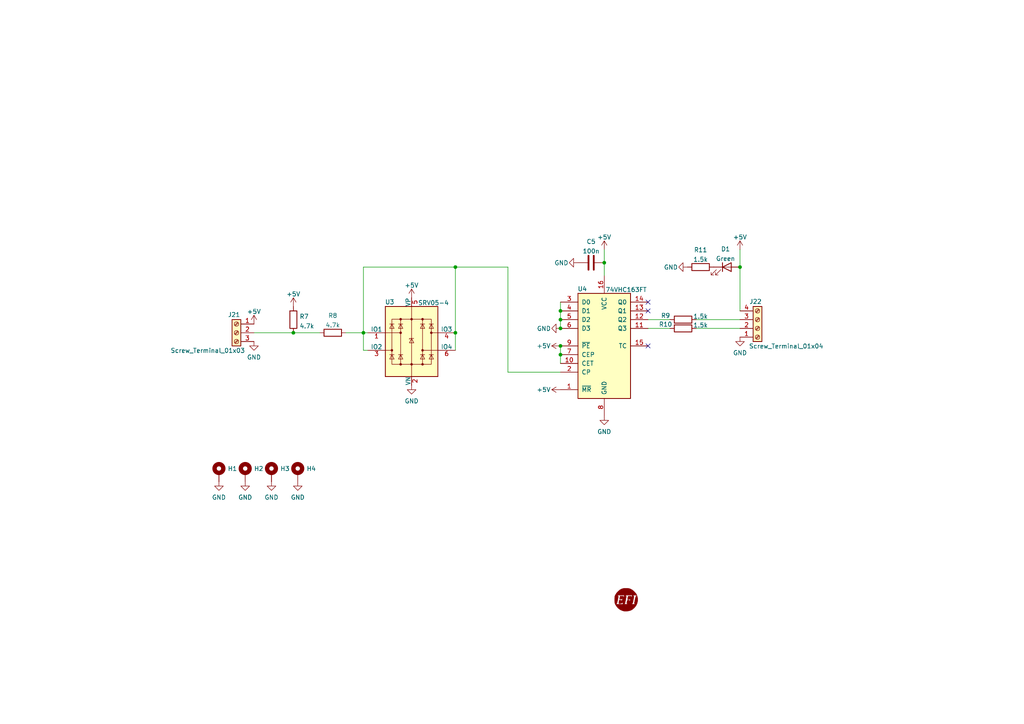
<source format=kicad_sch>
(kicad_sch (version 20210621) (generator eeschema)
  (paper "A4")
  (title_block (title "frequency-divider") (date "2021-10-26") (rev "a") (company "gerefi"))
  (lib_symbols
    (symbol "74xx:74LS163" (pin_names (offset 1.016))
      (property "Reference" "U" (at -7.62 16.51 0))
      (property "Value" "74LS163" (at -7.62 -16.51 0))
      (symbol "74LS163_1_0"
        (pin input line (at -12.7 -12.7 0) (length 5.08) (name "~{MR}") (number "1"))
        (pin input line (at -12.7 -5.08 0) (length 5.08) (name "CET") (number "10"))
        (pin output line (at 12.7 5.08 180) (length 5.08) (name "Q3") (number "11"))
        (pin output line (at 12.7 7.62 180) (length 5.08) (name "Q2") (number "12"))
        (pin output line (at 12.7 10.16 180) (length 5.08) (name "Q1") (number "13"))
        (pin output line (at 12.7 12.7 180) (length 5.08) (name "Q0") (number "14"))
        (pin output line (at 12.7 0 180) (length 5.08) (name "TC") (number "15"))
        (pin power_in line (at 0 20.32 270) (length 5.08) (name "VCC") (number "16"))
        (pin input line (at -12.7 -7.62 0) (length 5.08) (name "CP") (number "2"))
        (pin input line (at -12.7 12.7 0) (length 5.08) (name "D0") (number "3"))
        (pin input line (at -12.7 10.16 0) (length 5.08) (name "D1") (number "4"))
        (pin input line (at -12.7 7.62 0) (length 5.08) (name "D2") (number "5"))
        (pin input line (at -12.7 5.08 0) (length 5.08) (name "D3") (number "6"))
        (pin input line (at -12.7 -2.54 0) (length 5.08) (name "CEP") (number "7"))
        (pin power_in line (at 0 -20.32 90) (length 5.08) (name "GND") (number "8"))
        (pin input line (at -12.7 0 0) (length 5.08) (name "~{PE}") (number "9"))
      )
      (symbol "74LS163_1_1"
        (rectangle (start -7.62 15.24) (end 7.62 -15.24) (stroke (width 0.254)) (fill (type background)))
      )
    )
    (symbol "Connector:Screw_Terminal_01x03" (pin_names (offset 1.016) hide)
      (property "Reference" "J" (at 0 5.08 0))
      (property "Value" "Screw_Terminal_01x03" (at 0 -5.08 0))
      (symbol "Screw_Terminal_01x03_1_1"
        (circle (center 0 -2.54) (radius 0.635) (stroke (width 0.1524)))
        (circle (center 0 0) (radius 0.635) (stroke (width 0.1524)))
        (circle (center 0 2.54) (radius 0.635) (stroke (width 0.1524)))
        (rectangle (start -1.27 3.81) (end 1.27 -3.81) (stroke (width 0.254)) (fill (type background)))
        (polyline (pts (xy -0.5334 -2.2098) (xy 0.3302 -3.048)) (stroke (width 0.1524)))
        (polyline (pts (xy -0.5334 0.3302) (xy 0.3302 -0.508)) (stroke (width 0.1524)))
        (polyline (pts (xy -0.5334 2.8702) (xy 0.3302 2.032)) (stroke (width 0.1524)))
        (polyline (pts (xy -0.3556 -2.032) (xy 0.508 -2.8702)) (stroke (width 0.1524)))
        (polyline (pts (xy -0.3556 0.508) (xy 0.508 -0.3302)) (stroke (width 0.1524)))
        (polyline (pts (xy -0.3556 3.048) (xy 0.508 2.2098)) (stroke (width 0.1524)))
        (pin passive line (at -5.08 2.54 0) (length 3.81) (name "Pin_1") (number "1"))
        (pin passive line (at -5.08 0 0) (length 3.81) (name "Pin_2") (number "2"))
        (pin passive line (at -5.08 -2.54 0) (length 3.81) (name "Pin_3") (number "3"))
      )
    )
    (symbol "Connector:Screw_Terminal_01x04" (pin_names (offset 1.016) hide)
      (property "Reference" "J" (at 0 5.08 0))
      (property "Value" "Screw_Terminal_01x04" (at 0 -7.62 0))
      (symbol "Screw_Terminal_01x04_1_1"
        (circle (center 0 -5.08) (radius 0.635) (stroke (width 0.1524)))
        (circle (center 0 -2.54) (radius 0.635) (stroke (width 0.1524)))
        (circle (center 0 0) (radius 0.635) (stroke (width 0.1524)))
        (circle (center 0 2.54) (radius 0.635) (stroke (width 0.1524)))
        (rectangle (start -1.27 3.81) (end 1.27 -6.35) (stroke (width 0.254)) (fill (type background)))
        (polyline (pts (xy -0.5334 -4.7498) (xy 0.3302 -5.588)) (stroke (width 0.1524)))
        (polyline (pts (xy -0.5334 -2.2098) (xy 0.3302 -3.048)) (stroke (width 0.1524)))
        (polyline (pts (xy -0.5334 0.3302) (xy 0.3302 -0.508)) (stroke (width 0.1524)))
        (polyline (pts (xy -0.5334 2.8702) (xy 0.3302 2.032)) (stroke (width 0.1524)))
        (polyline (pts (xy -0.3556 -4.572) (xy 0.508 -5.4102)) (stroke (width 0.1524)))
        (polyline (pts (xy -0.3556 -2.032) (xy 0.508 -2.8702)) (stroke (width 0.1524)))
        (polyline (pts (xy -0.3556 0.508) (xy 0.508 -0.3302)) (stroke (width 0.1524)))
        (polyline (pts (xy -0.3556 3.048) (xy 0.508 2.2098)) (stroke (width 0.1524)))
        (pin passive line (at -5.08 2.54 0) (length 3.81) (name "Pin_1") (number "1"))
        (pin passive line (at -5.08 0 0) (length 3.81) (name "Pin_2") (number "2"))
        (pin passive line (at -5.08 -2.54 0) (length 3.81) (name "Pin_3") (number "3"))
        (pin passive line (at -5.08 -5.08 0) (length 3.81) (name "Pin_4") (number "4"))
      )
    )
    (symbol "Device:C" (pin_numbers hide) (pin_names (offset 0.254))
      (property "Reference" "C" (at 0.635 2.54 0))
      (property "Value" "C" (at 0.635 -2.54 0))
      (symbol "C_0_1"
        (polyline (pts (xy -2.032 -0.762) (xy 2.032 -0.762)) (stroke (width 0.508)))
        (polyline (pts (xy -2.032 0.762) (xy 2.032 0.762)) (stroke (width 0.508)))
      )
      (symbol "C_1_1"
        (pin passive line (at 0 3.81 270) (length 2.794) (name "~") (number "1"))
        (pin passive line (at 0 -3.81 90) (length 2.794) (name "~") (number "2"))
      )
    )
    (symbol "Device:LED" (pin_numbers hide) (pin_names (offset 1.016) hide)
      (property "Reference" "D" (at 0 2.54 0))
      (property "Value" "LED" (at 0 -2.54 0))
      (symbol "LED_0_1"
        (polyline (pts (xy -1.27 -1.27) (xy -1.27 1.27)) (stroke (width 0.254)))
        (polyline (pts (xy -1.27 0) (xy 1.27 0)))
        (polyline (pts (xy 1.27 -1.27) (xy 1.27 1.27) (xy -1.27 0) (xy 1.27 -1.27)) (stroke (width 0.254)))
        (polyline (pts (xy -3.048 -0.762) (xy -4.572 -2.286) (xy -3.81 -2.286) (xy -4.572 -2.286) (xy -4.572 -1.524)))
        (polyline (pts (xy -1.778 -0.762) (xy -3.302 -2.286) (xy -2.54 -2.286) (xy -3.302 -2.286) (xy -3.302 -1.524)))
      )
      (symbol "LED_1_1"
        (pin passive line (at -3.81 0 0) (length 2.54) (name "K") (number "1"))
        (pin passive line (at 3.81 0 180) (length 2.54) (name "A") (number "2"))
      )
    )
    (symbol "Device:R" (pin_numbers hide) (pin_names (offset 0))
      (property "Reference" "R" (at 2.032 0 90))
      (property "Value" "R" (at 0 0 90))
      (symbol "R_0_1"
        (rectangle (start -1.016 -2.54) (end 1.016 2.54) (stroke (width 0.254)))
      )
      (symbol "R_1_1"
        (pin passive line (at 0 3.81 270) (length 1.27) (name "~") (number "1"))
        (pin passive line (at 0 -3.81 90) (length 1.27) (name "~") (number "2"))
      )
    )
    (symbol "Mechanical:MountingHole_Pad" (pin_numbers hide) (pin_names (offset 1.016) hide)
      (property "Reference" "H" (at 0 6.35 0))
      (property "Value" "MountingHole_Pad" (at 0 4.445 0))
      (symbol "MountingHole_Pad_0_1"
        (circle (center 0 1.27) (radius 1.27) (stroke (width 1.27)))
      )
      (symbol "MountingHole_Pad_1_1"
        (pin input line (at 0 -2.54 90) (length 2.54) (name "1") (number "1"))
      )
    )
    (symbol "Power_Protection:SRV05-4" (pin_names (offset 0))
      (property "Reference" "U" (at -5.08 11.43 0))
      (property "Value" "SRV05-4" (at 2.54 11.43 0))
      (symbol "SRV05-4_0_0"
        (rectangle (start -5.715 6.477) (end 5.715 -6.604))
        (polyline (pts (xy -3.175 -6.604) (xy -3.175 6.477)))
        (polyline (pts (xy 3.175 6.477) (xy 3.175 -6.604)))
      )
      (symbol "SRV05-4_0_1"
        (circle (center -5.715 -2.54) (radius 0.2794) (fill (type outline)))
        (circle (center -3.175 -6.604) (radius 0.2794) (fill (type outline)))
        (circle (center -3.175 2.54) (radius 0.2794) (fill (type outline)))
        (circle (center -3.175 6.477) (radius 0.2794) (fill (type outline)))
        (circle (center 0 -6.604) (radius 0.2794) (fill (type outline)))
        (circle (center 0 6.477) (radius 0.2794) (fill (type outline)))
        (circle (center 3.175 -6.604) (radius 0.2794) (fill (type outline)))
        (circle (center 3.175 -2.54) (radius 0.2794) (fill (type outline)))
        (circle (center 3.175 6.477) (radius 0.2794) (fill (type outline)))
        (circle (center 5.715 2.54) (radius 0.2794) (fill (type outline)))
        (rectangle (start -7.62 10.16) (end 7.62 -10.16) (stroke (width 0.254)) (fill (type background)))
        (polyline (pts (xy -7.747 2.54) (xy -3.175 2.54)))
        (polyline (pts (xy -7.62 -2.54) (xy -5.715 -2.54)))
        (polyline (pts (xy -5.08 -3.81) (xy -6.35 -3.81)))
        (polyline (pts (xy -5.08 5.08) (xy -6.35 5.08)))
        (polyline (pts (xy -2.54 -3.81) (xy -3.81 -3.81)))
        (polyline (pts (xy -2.54 5.08) (xy -3.81 5.08)))
        (polyline (pts (xy 0 10.16) (xy 0 -10.16)))
        (polyline (pts (xy 3.81 -3.81) (xy 2.54 -3.81)))
        (polyline (pts (xy 3.81 5.08) (xy 2.54 5.08)))
        (polyline (pts (xy 6.35 -3.81) (xy 5.08 -3.81)))
        (polyline (pts (xy 6.35 5.08) (xy 5.08 5.08)))
        (polyline (pts (xy 7.62 -2.54) (xy 3.175 -2.54)))
        (polyline (pts (xy 7.62 2.54) (xy 5.715 2.54)))
        (polyline (pts (xy 0.635 0.889) (xy -0.635 0.889) (xy -0.635 0.635)))
        (polyline (pts (xy -5.08 -5.08) (xy -6.35 -5.08) (xy -5.715 -3.81) (xy -5.08 -5.08)))
        (polyline (pts (xy -5.08 3.81) (xy -6.35 3.81) (xy -5.715 5.08) (xy -5.08 3.81)))
        (polyline (pts (xy -2.54 -5.08) (xy -3.81 -5.08) (xy -3.175 -3.81) (xy -2.54 -5.08)))
        (polyline (pts (xy -2.54 3.81) (xy -3.81 3.81) (xy -3.175 5.08) (xy -2.54 3.81)))
        (polyline (pts (xy 0.635 -0.381) (xy -0.635 -0.381) (xy 0 0.889) (xy 0.635 -0.381)))
        (polyline (pts (xy 3.81 -5.08) (xy 2.54 -5.08) (xy 3.175 -3.81) (xy 3.81 -5.08)))
        (polyline (pts (xy 3.81 3.81) (xy 2.54 3.81) (xy 3.175 5.08) (xy 3.81 3.81)))
        (polyline (pts (xy 6.35 -5.08) (xy 5.08 -5.08) (xy 5.715 -3.81) (xy 6.35 -5.08)))
        (polyline (pts (xy 6.35 3.81) (xy 5.08 3.81) (xy 5.715 5.08) (xy 6.35 3.81)))
      )
      (symbol "SRV05-4_1_1"
        (pin passive line (at -12.7 2.54 0) (length 5.08) (name "IO1") (number "1"))
        (pin passive line (at 0 -12.7 90) (length 2.54) (name "VN") (number "2"))
        (pin passive line (at -12.7 -2.54 0) (length 5.08) (name "IO2") (number "3"))
        (pin passive line (at 12.7 2.54 180) (length 5.08) (name "IO3") (number "4"))
        (pin passive line (at 0 12.7 270) (length 2.54) (name "VP") (number "5"))
        (pin passive line (at 12.7 -2.54 180) (length 5.08) (name "IO4") (number "6"))
      )
    )
    (symbol "power:+5V" (power) (pin_names (offset 0))
      (property "Value" "+5V" (at 0 3.556 0))
      (symbol "+5V_0_1"
        (polyline (pts (xy -0.762 1.27) (xy 0 2.54)))
        (polyline (pts (xy 0 0) (xy 0 2.54)))
        (polyline (pts (xy 0 2.54) (xy 0.762 1.27)))
      )
      (symbol "+5V_1_1"
        (pin power_in line (at 0 0 90) (length 0) hide (name "+5V") (number "1"))
      )
    )
    (symbol "power:GND" (power) (pin_names (offset 0))
      (property "Value" "GND" (at 0 -3.81 0))
      (symbol "GND_0_1"
        (polyline (pts (xy 0 0) (xy 0 -1.27) (xy 1.27 -1.27) (xy 0 -2.54) (xy -1.27 -1.27) (xy 0 -1.27)))
      )
      (symbol "GND_1_1"
        (pin power_in line (at 0 0 270) (length 0) hide (name "GND") (number "1"))
      )
    )
    (symbol "gerefi_logo:gerefi_LOGO" (pin_names (offset 1.016))
      (symbol "gerefi_LOGO_0_0"
        (polyline (pts (xy 3.3528 0.4064) (xy 3.3274 0.5334) (xy 3.2766 0.8636) (xy 3.2004 1.0922) (xy 3.1242 1.2192) (xy 3.048 1.2192) (xy 3.0226 1.1938) (xy 2.8702 1.0922) (xy 2.8448 1.0668) (xy 2.7686 0.889) (xy 2.667 0.5588) (xy 2.5654 0.0762) (xy 2.5146 -0.1778) (xy 2.4384 -0.5588) (xy 2.3876 -0.8128) (xy 2.3876 -0.9906) (xy 2.3876 -1.0668) (xy 2.4384 -1.0922) (xy 2.4892 -1.0922) (xy 2.54 -1.1176) (xy 2.6162 -1.1938) (xy 2.5654 -1.2192) (xy 2.3876 -1.2446) (xy 2.1082 -1.27) (xy 2.0066 -1.27) (xy 1.7526 -1.2446) (xy 1.6256 -1.1938) (xy 1.6002 -1.143) (xy 1.7526 -1.0668) (xy 1.778 -1.0668) (xy 1.8542 -1.016) (xy 1.905 -0.8636) (xy 1.9812 -0.6096) (xy 2.0574 -0.2032) (xy 2.1082 0.0254) (xy 2.159 0.381) (xy 2.2098 0.6858) (xy 2.2606 0.8636) (xy 2.2606 0.9144) (xy 2.2606 1.0668) (xy 2.159 1.1176) (xy 2.1082 1.1176) (xy 2.0828 1.2446) (xy 2.1336 1.2954) (xy 2.3114 1.3462) (xy 2.6416 1.3462) (xy 3.1496 1.3462) (xy 2.9464 1.6764) (xy 2.8956 1.778) (xy 2.4638 2.286) (xy 1.9812 2.7432) (xy 1.7526 2.8956) (xy 1.7526 1.3462) (xy 1.7018 1.0922) (xy 1.651 0.9144) (xy 1.5494 0.8382) (xy 1.4986 0.8636) (xy 1.4986 0.9906) (xy 1.4986 1.016) (xy 1.4732 1.0668) (xy 1.3462 1.0922) (xy 1.0668 1.0922) (xy 0.8636 1.0922) (xy 0.6604 1.0668) (xy 0.5588 1.0414) (xy 0.5334 0.9906) (xy 0.508 0.7874) (xy 0.4572 0.5334) (xy 0.4064 0.0762) (xy 0.6858 0.0762) (xy 0.7112 0.1016) (xy 0.9398 0.127) (xy 1.0668 0.1778) (xy 1.1684 0.254) (xy 1.2192 0.2032) (xy 1.1938 -0.0254) (xy 1.1684 -0.127) (xy 1.0668 -0.2286) (xy 0.9652 -0.254) (xy 0.9398 -0.1778) (xy 0.9144 -0.127) (xy 0.762 -0.0762) (xy 0.5842 -0.0762) (xy 0.4064 -0.127) (xy 0.3048 -0.2032) (xy 0.3048 -0.254) (xy 0.254 -0.4318) (xy 0.2032 -0.7112) (xy 0.2032 -0.7366) (xy 0.1778 -0.9652) (xy 0.2032 -1.0668) (xy 0.2794 -1.0922) (xy 0.3556 -1.1176) (xy 0.4318 -1.1938) (xy 0.3556 -1.2192) (xy 0.1778 -1.2446) (xy -0.0762 -1.27) (xy -0.3302 -1.2446) (xy -0.508 -1.2192) (xy -0.5842 -1.1938) (xy -0.5842 -1.143) (xy -0.4572 -1.0922) (xy -0.4064 -1.0922) (xy -0.3302 -1.0668) (xy -0.3302 -0.9652) (xy -0.2794 -0.7366) (xy -0.2032 -0.381) (xy -0.127 0) (xy -0.0508 0.4572) (xy 0.0254 0.762) (xy 0.0508 0.9652) (xy 0.0762 1.0668) (xy 0.0508 1.0922) (xy 0 1.1176) (xy -0.0508 1.0922) (xy -0.1016 1.1176) (xy -0.1778 1.2192) (xy -0.1524 1.27) (xy -0.0762 1.3208) (xy 0.0762 1.3462) (xy 0.3556 1.3462) (xy 0.7874 1.3462) (xy 1.7526 1.3462) (xy 1.7526 2.8956) (xy 1.4478 3.0734) (xy 1.3462 3.1242) (xy 1.1176 3.2258) (xy 0.9144 3.302) (xy 0.6858 3.3274) (xy 0.381 3.3528) (xy -0.0508 3.3528) (xy -0.1016 3.3528) (xy -0.508 3.3528) (xy -0.5334 3.3528) (xy -0.5334 1.3462) (xy -0.5842 1.0922) (xy -0.635 0.9144) (xy -0.7366 0.8382) (xy -0.7874 0.8636) (xy -0.7874 0.9652) (xy -0.7874 1.016) (xy -0.8128 1.0668) (xy -0.9652 1.0922) (xy -1.2446 1.0922) (xy -1.7526 1.1176) (xy -1.8288 0.635) (xy -1.9304 0.1778) (xy -1.6002 0.1778) (xy -1.524 0.1778) (xy -1.3462 0.2032) (xy -1.27 0.254) (xy -1.27 0.3048) (xy -1.1684 0.3302) (xy -1.143 0.3302) (xy -1.0668 0.2794) (xy -1.0922 0.0762) (xy -1.1684 -0.1016) (xy -1.2446 -0.2286) (xy -1.3208 -0.254) (xy -1.3462 -0.1778) (xy -1.3716 -0.1524) (xy -1.4732 -0.1016) (xy -1.7018 -0.0762) (xy -2.032 -0.0762) (xy -2.0828 -0.5588) (xy -2.1082 -0.7366) (xy -2.1082 -0.9652) (xy -2.0828 -1.0668) (xy -2.0574 -1.0922) (xy -1.905 -1.0922) (xy -1.6764 -1.0668) (xy -1.4478 -1.016) (xy -1.27 -0.9398) (xy -1.1938 -0.889) (xy -1.1684 -0.8128) (xy -1.0668 -0.762) (xy -0.9652 -0.8128) (xy -0.9398 -1.016) (xy -0.9398 -1.27) (xy -1.9558 -1.27) (xy -2.286 -1.27) (xy -2.6416 -1.2446) (xy -2.8702 -1.2192) (xy -2.921 -1.1938) (xy -2.8956 -1.143) (xy -2.7686 -1.0922) (xy -2.7432 -1.0922) (xy -2.667 -0.9398) (xy -2.5654 -0.6096) (xy -2.4638 -0.1524) (xy -2.3876 0.2032) (xy -2.3368 0.5588) (xy -2.2606 0.8128) (xy -2.2352 0.9652) (xy -2.2352 1.0414) (xy -2.3368 1.0922) (xy -2.3876 1.1176) (xy -2.4638 1.2192) (xy -2.4384 1.27) (xy -2.3622 1.3208) (xy -2.2098 1.3462) (xy -1.9304 1.3462) (xy -1.4986 1.3462) (xy -0.5334 1.3462) (xy -0.5334 3.3528) (xy -0.8128 3.3274) (xy -1.0414 3.2766) (xy -1.2446 3.2004) (xy -1.4732 3.0988) (xy -1.8034 2.921) (xy -2.3114 2.4892) (xy -2.7686 2.0066) (xy -3.0988 1.4732) (xy -3.1242 1.4478) (xy -3.2258 1.2192) (xy -3.302 1.016) (xy -3.3274 0.7874) (xy -3.3528 0.4826) (xy -3.3528 0.0508) (xy -3.3528 0) (xy -3.3528 -0.4064) (xy -3.3274 -0.7112) (xy -3.2766 -0.9144) (xy -3.2258 -1.1176) (xy -3.1242 -1.3462) (xy -2.8194 -1.8288) (xy -2.3368 -2.413) (xy -1.7272 -2.8702) (xy -1.0668 -3.1496) (xy -0.9398 -3.2004) (xy -0.4826 -3.2766) (xy 0.127 -3.2766) (xy 0.6858 -3.2258) (xy 1.27 -3.0734) (xy 1.8034 -2.794) (xy 2.3114 -2.3622) (xy 2.4638 -2.2098) (xy 2.8956 -1.651) (xy 3.2004 -0.9906) (xy 3.3528 -0.3048) (xy 3.3528 0.4064) (xy 3.3528 0.4064)) (stroke (width 0.0254)) (fill (type outline)))
      )
    )
  )
  (junction (at 85.09 96.52))
  (junction (at 105.41 96.52))
  (junction (at 132.08 77.47))
  (junction (at 132.08 96.52))
  (junction (at 162.56 90.17))
  (junction (at 162.56 92.71))
  (junction (at 162.56 95.25))
  (junction (at 162.56 100.33))
  (junction (at 162.56 102.87))
  (junction (at 175.26 76.2))
  (junction (at 214.63 77.47))
  (no_connect (at 187.96 87.63))
  (no_connect (at 187.96 90.17))
  (no_connect (at 187.96 100.33))
  (wire (pts (xy 73.66 96.52) (xy 85.09 96.52)))
  (wire (pts (xy 85.09 96.52) (xy 92.71 96.52)))
  (wire (pts (xy 100.33 96.52) (xy 105.41 96.52)))
  (wire (pts (xy 105.41 77.47) (xy 105.41 96.52)))
  (wire (pts (xy 105.41 96.52) (xy 105.41 101.6)))
  (wire (pts (xy 105.41 96.52) (xy 106.68 96.52)))
  (wire (pts (xy 105.41 101.6) (xy 106.68 101.6)))
  (wire (pts (xy 132.08 77.47) (xy 105.41 77.47)))
  (wire (pts (xy 132.08 77.47) (xy 132.08 96.52)))
  (wire (pts (xy 132.08 96.52) (xy 132.08 101.6)))
  (wire (pts (xy 147.32 77.47) (xy 132.08 77.47)))
  (wire (pts (xy 147.32 107.95) (xy 147.32 77.47)))
  (wire (pts (xy 162.56 87.63) (xy 162.56 90.17)))
  (wire (pts (xy 162.56 90.17) (xy 162.56 92.71)))
  (wire (pts (xy 162.56 92.71) (xy 162.56 95.25)))
  (wire (pts (xy 162.56 100.33) (xy 162.56 102.87)))
  (wire (pts (xy 162.56 102.87) (xy 162.56 105.41)))
  (wire (pts (xy 162.56 107.95) (xy 147.32 107.95)))
  (wire (pts (xy 175.26 72.39) (xy 175.26 76.2)))
  (wire (pts (xy 175.26 76.2) (xy 175.26 80.01)))
  (wire (pts (xy 194.31 92.71) (xy 187.96 92.71)))
  (wire (pts (xy 194.31 95.25) (xy 187.96 95.25)))
  (wire (pts (xy 214.63 72.39) (xy 214.63 77.47)))
  (wire (pts (xy 214.63 77.47) (xy 214.63 90.17)))
  (wire (pts (xy 214.63 92.71) (xy 201.93 92.71)))
  (wire (pts (xy 214.63 95.25) (xy 201.93 95.25)))
  (symbol (lib_id "power:+5V") (at 73.66 93.98 0) (unit 1)
    (property "Reference" "#PWR0161" (effects hide))
    (property "Value" "+5V" (at 73.66 90.3754 0))
  )
  (symbol (lib_id "power:+5V") (at 85.09 88.9 0) (unit 1)
    (property "Reference" "#PWR0157" (effects hide))
    (property "Value" "+5V" (at 85.09 85.2954 0))
  )
  (symbol (lib_id "power:+5V") (at 119.38 86.36 0) (unit 1)
    (property "Reference" "#PWR0159" (effects hide))
    (property "Value" "+5V" (at 119.38 82.7554 0))
  )
  (symbol (lib_id "power:+5V") (at 162.56 100.33 90) (unit 1)
    (property "Reference" "#PWR0150" (effects hide))
    (property "Value" "+5V" (at 157.6854 100.33 90))
  )
  (symbol (lib_id "power:+5V") (at 162.56 113.03 90) (unit 1)
    (property "Reference" "#PWR0149" (effects hide))
    (property "Value" "+5V" (at 157.6854 113.03 90))
  )
  (symbol (lib_id "power:+5V") (at 175.26 72.39 0) (unit 1)
    (property "Reference" "#PWR0155" (effects hide))
    (property "Value" "+5V" (at 175.26 68.7854 0))
  )
  (symbol (lib_id "power:+5V") (at 214.63 72.39 0) (unit 1)
    (property "Reference" "#PWR0153" (effects hide))
    (property "Value" "+5V" (at 214.63 68.7854 0))
  )
  (symbol (lib_id "power:GND") (at 63.5 139.7 0) (unit 1)
    (property "Reference" "#PWR01" (effects hide))
    (property "Value" "GND" (at 63.5 144.2626 0))
  )
  (symbol (lib_id "power:GND") (at 71.12 139.7 0) (unit 1)
    (property "Reference" "#PWR02" (effects hide))
    (property "Value" "GND" (at 71.12 144.2626 0))
  )
  (symbol (lib_id "power:GND") (at 73.66 99.06 0) (unit 1)
    (property "Reference" "#PWR0160" (effects hide))
    (property "Value" "GND" (at 73.66 103.6226 0))
  )
  (symbol (lib_id "power:GND") (at 78.74 139.7 0) (unit 1)
    (property "Reference" "#PWR03" (effects hide))
    (property "Value" "GND" (at 78.74 144.2626 0))
  )
  (symbol (lib_id "power:GND") (at 86.36 139.7 0) (unit 1)
    (property "Reference" "#PWR04" (effects hide))
    (property "Value" "GND" (at 86.36 144.2626 0))
  )
  (symbol (lib_id "power:GND") (at 119.38 111.76 0) (unit 1)
    (property "Reference" "#PWR0162" (effects hide))
    (property "Value" "GND" (at 119.38 116.3226 0))
  )
  (symbol (lib_id "power:GND") (at 162.56 95.25 270) (unit 1)
    (property "Reference" "#PWR0158" (effects hide))
    (property "Value" "GND" (at 155.7076 95.3043 90) (effects (justify left)))
  )
  (symbol (lib_id "power:GND") (at 167.64 76.2 270) (unit 1)
    (property "Reference" "#PWR0156" (effects hide))
    (property "Value" "GND" (at 160.7876 76.2543 90) (effects (justify left)))
  )
  (symbol (lib_id "power:GND") (at 175.26 120.65 0) (unit 1)
    (property "Reference" "#PWR0151" (effects hide))
    (property "Value" "GND" (at 175.26 125.2126 0))
  )
  (symbol (lib_id "power:GND") (at 199.39 77.47 270) (unit 1)
    (property "Reference" "#PWR0154" (effects hide))
    (property "Value" "GND" (at 192.5376 77.5243 90) (effects (justify left)))
  )
  (symbol (lib_id "power:GND") (at 214.63 97.79 0) (unit 1)
    (property "Reference" "#PWR0152" (effects hide))
    (property "Value" "GND" (at 214.63 102.3526 0))
  )
  (symbol (lib_id "Device:R") (at 85.09 92.71 180) (unit 1)
    (property "Reference" "R7" (at 86.8681 91.8015 0) (effects (justify right)))
    (property "Value" "4.7k" (at 86.8681 94.5766 0) (effects (justify right)))
    (property "Footprint" "Resistor_SMD:R_0603_1608Metric_Pad0.98x0.95mm_HandSolder" (effects hide))
    (property "LCSC" "C23162" (effects hide))
  )
  (symbol (lib_id "Device:R") (at 96.52 96.52 270) (unit 1)
    (property "Reference" "R8" (at 96.52 91.5374 90))
    (property "Value" "4.7k" (at 96.52 94.3125 90))
    (property "Footprint" "Resistor_SMD:R_0603_1608Metric_Pad0.98x0.95mm_HandSolder" (effects hide))
    (property "LCSC" "C23162" (effects hide))
  )
  (symbol (lib_id "Device:R") (at 198.12 92.71 270) (unit 1)
    (property "Reference" "R9" (at 193.04 91.5374 90))
    (property "Value" "1.5k" (at 203.2 91.7725 90))
    (property "Footprint" "Resistor_SMD:R_0603_1608Metric_Pad0.98x0.95mm_HandSolder" (effects hide))
    (property "LCSC" "C22843" (effects hide))
  )
  (symbol (lib_id "Device:R") (at 198.12 95.25 270) (unit 1)
    (property "Reference" "R10" (at 193.04 94.0774 90))
    (property "Value" "1.5k" (at 203.2 94.3125 90))
    (property "Footprint" "Resistor_SMD:R_0603_1608Metric_Pad0.98x0.95mm_HandSolder" (effects hide))
    (property "LCSC" "C22843" (effects hide))
  )
  (symbol (lib_id "Device:R") (at 203.2 77.47 270) (unit 1)
    (property "Reference" "R11" (at 203.2 72.4874 90))
    (property "Value" "1.5k" (at 203.2 75.2625 90))
    (property "Footprint" "Resistor_SMD:R_0603_1608Metric_Pad0.98x0.95mm_HandSolder" (effects hide))
    (property "LCSC" "C22843" (effects hide))
  )
  (symbol (lib_id "Mechanical:MountingHole_Pad") (at 63.5 137.16 0) (unit 1)
    (property "Reference" "H1" (at 66.0401 135.934 0) (effects (justify left)))
    (property "Value" "MountingHole_Pad" (effects hide))
    (property "Footprint" "MountingHole:MountingHole_3.2mm_M3_Pad_Via" (effects hide))
  )
  (symbol (lib_id "Mechanical:MountingHole_Pad") (at 71.12 137.16 0) (unit 1)
    (property "Reference" "H2" (at 73.6601 135.934 0) (effects (justify left)))
    (property "Value" "MountingHole_Pad" (effects hide))
    (property "Footprint" "MountingHole:MountingHole_3.2mm_M3_Pad_Via" (effects hide))
  )
  (symbol (lib_id "Mechanical:MountingHole_Pad") (at 78.74 137.16 0) (unit 1)
    (property "Reference" "H3" (at 81.2801 135.934 0) (effects (justify left)))
    (property "Value" "MountingHole_Pad" (effects hide))
    (property "Footprint" "MountingHole:MountingHole_3.2mm_M3_Pad_Via" (effects hide))
  )
  (symbol (lib_id "Mechanical:MountingHole_Pad") (at 86.36 137.16 0) (unit 1)
    (property "Reference" "H4" (at 88.9001 135.934 0) (effects (justify left)))
    (property "Value" "MountingHole_Pad" (effects hide))
    (property "Footprint" "MountingHole:MountingHole_3.2mm_M3_Pad_Via" (effects hide))
  )
  (symbol (lib_id "Device:LED") (at 210.82 77.47 0) (unit 1)
    (property "Reference" "D1" (at 210.439 72.2334 0))
    (property "Value" "Green" (at 210.439 75.0085 0))
    (property "Footprint" "LED_SMD:LED_0805_2012Metric_Pad1.15x1.40mm_HandSolder" (effects hide))
    (property "LCSC" "C2297" (effects hide))
  )
  (symbol (lib_id "Device:C") (at 171.45 76.2 90) (unit 1)
    (property "Reference" "C5" (at 171.45 70.0744 90))
    (property "Value" "100n" (at 171.45 72.8495 90))
    (property "Footprint" "Capacitor_SMD:C_0603_1608Metric_Pad1.08x0.95mm_HandSolder" (effects hide))
    (property "LCSC" "C14663" (effects hide))
  )
  (symbol (lib_id "gerefi_logo:gerefi_LOGO") (at 181.61 173.99 0) (unit 1)
    (property "Reference" "G8" (effects hide))
    (property "Value" "gerefi_LOGO" (effects hide))
    (property "Footprint" "kicad6-libraries:gerefi_logo" (effects hide))
  )
  (symbol (lib_id "Connector:Screw_Terminal_01x03") (at 68.58 96.52 0) (mirror y) (unit 1)
    (property "Reference" "J21" (at 67.8815 91.2834 0))
    (property "Value" "Screw_Terminal_01x03" (at 60.2615 101.6785 0))
    (property "Footprint" "TerminalBlock_MetzConnect:TerminalBlock_MetzConnect_Type055_RT01503HDWU_1x03_P5.00mm_Horizontal" (effects hide))
    (property "LCSC" "C128026" (effects hide))
  )
  (symbol (lib_id "Connector:Screw_Terminal_01x04") (at 219.71 95.25 0) (mirror x) (unit 1)
    (property "Reference" "J22" (at 219.1385 87.4734 0))
    (property "Value" "Screw_Terminal_01x04" (at 228.0285 100.4085 0))
    (property "Footprint" "TerminalBlock_MetzConnect:TerminalBlock_MetzConnect_Type055_RT01504HDWU_1x04_P5.00mm_Horizontal" (effects hide))
    (property "LCSC" "C173286" (effects hide))
  )
  (symbol (lib_id "Power_Protection:SRV05-4") (at 119.38 99.06 0) (unit 1)
    (property "Reference" "U3" (at 113.03 87.6004 0))
    (property "Value" "SRV05-4" (at 125.73 87.8355 0))
    (property "Footprint" "Package_TO_SOT_SMD:SOT-23-6" (effects hide))
    (property "Datasheet" "http://www.onsemi.com/pub/Collateral/SRV05-4-D.PDF" (effects hide))
    (property "LCSC" "C85364" (effects hide))
  )
  (symbol (lib_id "74xx:74LS163") (at 175.26 100.33 0) (unit 1)
    (property "Reference" "U4" (at 168.91 83.7904 0))
    (property "Value" "74VHC163FT" (at 181.61 84.0255 0))
    (property "Footprint" "Package_SO:TSSOP-16_4.4x5mm_P0.65mm" (effects hide))
    (property "LCSC" "C150161" (effects hide))
  )
)
</source>
